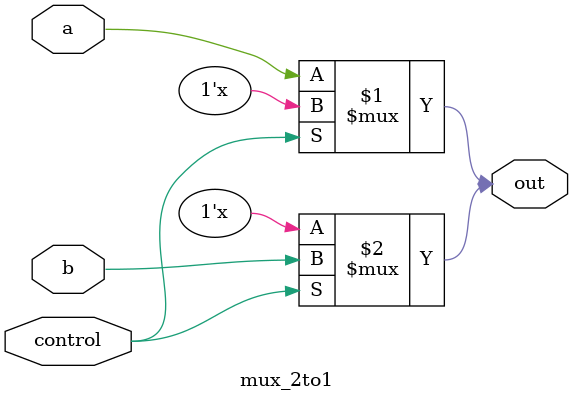
<source format=v>
module mux_2to1(
    out,
	 a,
	 b,
	 control);
output out;
input a, b, control;
tri out;
wire a,b,control;

bufif0 b1(out, a, control);
bufif1 b2(out, b, control);

endmodule

</source>
